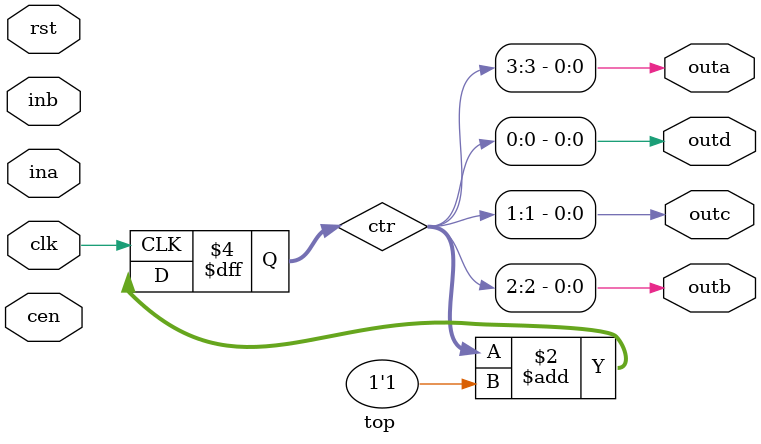
<source format=v>
module top(input clk, cen, rst, ina, inb, output outa, outb, outc, outd);

    reg [3:0] ctr = 0;

    always @(posedge clk)
        ctr <= ctr + 1'b1;

    assign {outa, outb, outc, outd} = ctr;
endmodule

</source>
